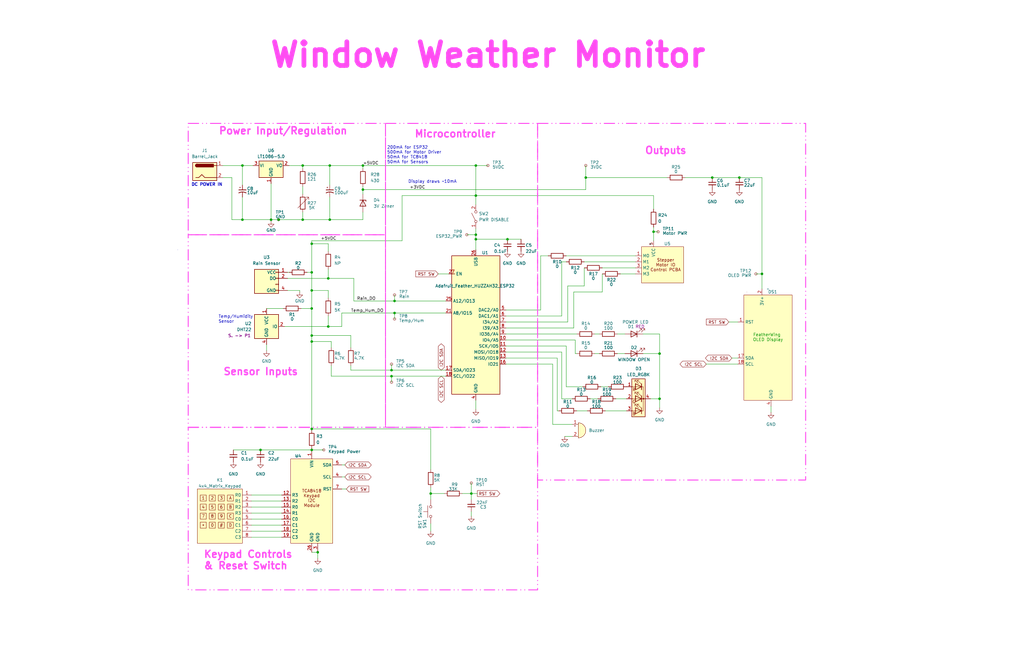
<source format=kicad_sch>
(kicad_sch (version 20230121) (generator eeschema)
  (paper "B")
  (title_block (title "Window Weather Monitor") (date "2023-11-09") (rev "4") (company "ECE 411 Team 4"))
  (junction (at 138.43 117.475))
  (junction (at 275.59 97.79))
  (junction (at 133.985 233.045))
  (junction (at 102.235 92.71))
  (junction (at 131.445 144.145))
  (junction (at 153.035 80.01))
  (junction (at 131.445 180.975))
  (junction (at 117.475 92.71))
  (junction (at 131.445 114.935))
  (junction (at 311.785 74.93))
  (junction (at 127.635 92.71))
  (junction (at 114.3 92.71))
  (junction (at 200.66 99.06))
  (junction (at 165.1 158.75))
  (junction (at 166.37 127))
  (junction (at 321.31 115.57))
  (junction (at 131.445 102.87))
  (junction (at 247.015 74.93))
  (junction (at 131.445 122.555))
  (junction (at 278.13 168.275))
  (junction (at 139.065 92.71))
  (junction (at 165.1 156.21))
  (junction (at 200.66 82.55))
  (junction (at 213.995 100.965))
  (junction (at 198.755 208.28))
  (junction (at 131.445 189.865))
  (junction (at 181.61 208.28))
  (junction (at 200.66 100.965))
  (junction (at 131.445 130.175))
  (junction (at 131.445 141.605))
  (junction (at 300.355 74.93))
  (junction (at 138.43 137.795))
  (junction (at 153.035 69.85))
  (junction (at 166.37 132.08))
  (junction (at 278.13 149.225))
  (junction (at 139.065 69.85))
  (junction (at 127.635 69.85))
  (junction (at 200.66 69.85))
  (junction (at 109.855 189.865))
  (junction (at 102.235 69.85))
  (wire (pts (xy 131.445 141.605) (xy 131.445 144.145)))
  (wire (pts (xy 114.3 77.47) (xy 114.3 92.71)))
  (wire (pts (xy 311.785 74.93) (xy 321.31 74.93)))
  (wire (pts (xy 243.205 173.355) (xy 247.65 173.355)))
  (wire (pts (xy 198.755 215.9) (xy 198.755 217.805)))
  (wire (pts (xy 239.395 135.89) (xy 239.395 120.65)))
  (wire (pts (xy 147.955 154.305) (xy 147.955 156.21)))
  (wire (pts (xy 131.445 180.975) (xy 131.445 181.61)))
  (wire (pts (xy 213.36 135.89) (xy 239.395 135.89)))
  (wire (pts (xy 106.045 221.615) (xy 118.745 221.615)))
  (wire (pts (xy 131.445 122.555) (xy 131.445 130.175)))
  (wire (pts (xy 233.045 153.67) (xy 233.045 179.07)))
  (wire (pts (xy 255.27 173.355) (xy 264.16 173.355)))
  (wire (pts (xy 254 123.19) (xy 254 115.57)))
  (wire (pts (xy 139.7 146.685) (xy 139.7 144.145)))
  (wire (pts (xy 126.365 122.555) (xy 121.285 122.555)))
  (wire (pts (xy 121.285 117.475) (xy 138.43 117.475)))
  (wire (pts (xy 198.755 208.28) (xy 201.295 208.28)))
  (wire (pts (xy 102.235 69.85) (xy 106.68 69.85)))
  (wire (pts (xy 250.825 140.97) (xy 252.73 140.97)))
  (wire (pts (xy 241.935 123.19) (xy 254 123.19)))
  (wire (pts (xy 236.855 168.275) (xy 241.3 168.275)))
  (wire (pts (xy 106.045 213.995) (xy 118.745 213.995)))
  (wire (pts (xy 252.73 149.225) (xy 250.825 149.225)))
  (wire (pts (xy 93.98 74.93) (xy 97.79 74.93)))
  (wire (pts (xy 109.855 189.865) (xy 131.445 189.865)))
  (wire (pts (xy 93.98 69.85) (xy 102.235 69.85)))
  (wire (pts (xy 166.37 127) (xy 187.96 127)))
  (wire (pts (xy 246.38 120.65) (xy 246.38 113.03)))
  (wire (pts (xy 106.045 224.155) (xy 118.745 224.155)))
  (wire (pts (xy 236.855 148.59) (xy 236.855 168.275)))
  (wire (pts (xy 213.36 133.35) (xy 236.855 133.35)))
  (wire (pts (xy 205.74 69.85) (xy 200.66 69.85)))
  (wire (pts (xy 247.015 69.85) (xy 247.015 74.93)))
  (wire (pts (xy 181.61 208.28) (xy 187.325 208.28)))
  (wire (pts (xy 238.76 146.05) (xy 238.76 163.195)))
  (wire (pts (xy 144.145 196.215) (xy 145.415 196.215)))
  (wire (pts (xy 253.365 163.195) (xy 256.54 163.195)))
  (wire (pts (xy 261.62 115.57) (xy 267.97 115.57)))
  (wire (pts (xy 138.43 122.555) (xy 131.445 122.555)))
  (wire (pts (xy 127.635 92.71) (xy 127.635 89.535)))
  (wire (pts (xy 200.66 99.06) (xy 200.66 100.965)))
  (wire (pts (xy 274.32 168.275) (xy 278.13 168.275)))
  (wire (pts (xy 236.855 110.49) (xy 238.76 110.49)))
  (wire (pts (xy 106.045 216.535) (xy 118.745 216.535)))
  (wire (pts (xy 181.61 180.975) (xy 181.61 198.12)))
  (wire (pts (xy 131.445 233.045) (xy 133.985 233.045)))
  (wire (pts (xy 278.13 140.97) (xy 271.145 140.97)))
  (wire (pts (xy 166.37 132.08) (xy 187.96 132.08)))
  (wire (pts (xy 131.445 180.975) (xy 181.61 180.975)))
  (wire (pts (xy 169.545 82.55) (xy 169.545 101.6)))
  (wire (pts (xy 144.145 206.375) (xy 146.05 206.375)))
  (wire (pts (xy 198.755 203.835) (xy 198.755 208.28)))
  (wire (pts (xy 149.225 127) (xy 166.37 127)))
  (wire (pts (xy 102.235 92.71) (xy 114.3 92.71)))
  (wire (pts (xy 233.045 153.67) (xy 213.36 153.67)))
  (wire (pts (xy 114.3 92.71) (xy 117.475 92.71)))
  (wire (pts (xy 275.59 82.55) (xy 275.59 88.265)))
  (wire (pts (xy 307.34 135.89) (xy 311.15 135.89)))
  (wire (pts (xy 234.95 173.355) (xy 235.585 173.355)))
  (wire (pts (xy 102.235 83.185) (xy 102.235 92.71)))
  (wire (pts (xy 227.965 130.81) (xy 227.965 107.95)))
  (wire (pts (xy 147.955 141.605) (xy 131.445 141.605)))
  (wire (pts (xy 297.815 153.67) (xy 311.15 153.67)))
  (wire (pts (xy 247.015 74.93) (xy 281.305 74.93)))
  (wire (pts (xy 181.61 208.28) (xy 181.61 210.82)))
  (wire (pts (xy 233.045 179.07) (xy 241.3 179.07)))
  (wire (pts (xy 139.7 144.145) (xy 131.445 144.145)))
  (wire (pts (xy 165.1 158.75) (xy 165.1 161.29)))
  (wire (pts (xy 194.945 208.28) (xy 198.755 208.28)))
  (wire (pts (xy 114.3 92.71) (xy 114.3 93.345)))
  (wire (pts (xy 200.66 82.55) (xy 275.59 82.55)))
  (wire (pts (xy 131.445 189.23) (xy 131.445 189.865)))
  (wire (pts (xy 144.145 132.08) (xy 166.37 132.08)))
  (wire (pts (xy 144.145 137.795) (xy 144.145 132.08)))
  (wire (pts (xy 147.955 146.685) (xy 147.955 141.605)))
  (wire (pts (xy 321.31 115.57) (xy 321.31 121.92)))
  (wire (pts (xy 106.045 211.455) (xy 118.745 211.455)))
  (wire (pts (xy 112.395 130.175) (xy 119.38 130.175)))
  (wire (pts (xy 198.755 208.28) (xy 198.755 210.82)))
  (wire (pts (xy 127.635 69.85) (xy 121.92 69.85)))
  (wire (pts (xy 311.785 74.93) (xy 300.355 74.93)))
  (wire (pts (xy 200.66 100.965) (xy 213.995 100.965)))
  (wire (pts (xy 181.61 205.74) (xy 181.61 208.28)))
  (wire (pts (xy 153.035 69.85) (xy 200.66 69.85)))
  (wire (pts (xy 239.395 120.65) (xy 246.38 120.65)))
  (wire (pts (xy 127 130.175) (xy 131.445 130.175)))
  (wire (pts (xy 138.43 117.475) (xy 149.225 117.475)))
  (wire (pts (xy 127.635 69.85) (xy 139.065 69.85)))
  (wire (pts (xy 129.54 114.935) (xy 131.445 114.935)))
  (wire (pts (xy 248.92 168.275) (xy 252.095 168.275)))
  (wire (pts (xy 200.66 82.55) (xy 169.545 82.55)))
  (wire (pts (xy 169.545 101.6) (xy 131.445 101.6)))
  (wire (pts (xy 213.36 140.97) (xy 243.205 140.97)))
  (wire (pts (xy 153.035 80.01) (xy 153.035 81.915)))
  (wire (pts (xy 247.015 74.93) (xy 247.015 80.01)))
  (wire (pts (xy 165.1 153.67) (xy 165.1 156.21)))
  (wire (pts (xy 138.43 125.73) (xy 138.43 122.555)))
  (wire (pts (xy 138.43 113.665) (xy 138.43 117.475)))
  (wire (pts (xy 308.61 151.13) (xy 311.15 151.13)))
  (wire (pts (xy 139.065 83.185) (xy 139.065 92.71)))
  (wire (pts (xy 200.66 82.55) (xy 200.66 86.36)))
  (wire (pts (xy 106.045 208.915) (xy 118.745 208.915)))
  (wire (pts (xy 102.235 69.85) (xy 102.235 78.105)))
  (wire (pts (xy 213.36 130.81) (xy 227.965 130.81)))
  (wire (pts (xy 259.715 168.275) (xy 264.16 168.275)))
  (wire (pts (xy 234.95 151.13) (xy 234.95 173.355)))
  (wire (pts (xy 275.59 97.79) (xy 277.495 97.79)))
  (wire (pts (xy 149.225 117.475) (xy 149.225 127)))
  (wire (pts (xy 213.36 138.43) (xy 241.935 138.43)))
  (wire (pts (xy 288.925 74.93) (xy 300.355 74.93)))
  (wire (pts (xy 213.36 148.59) (xy 236.855 148.59)))
  (wire (pts (xy 153.035 78.74) (xy 153.035 80.01)))
  (wire (pts (xy 138.43 133.35) (xy 138.43 137.795)))
  (wire (pts (xy 127.635 71.12) (xy 127.635 69.85)))
  (wire (pts (xy 98.425 189.865) (xy 109.855 189.865)))
  (wire (pts (xy 139.7 154.305) (xy 139.7 158.75)))
  (wire (pts (xy 213.36 151.13) (xy 234.95 151.13)))
  (wire (pts (xy 138.43 102.87) (xy 138.43 106.045)))
  (wire (pts (xy 321.31 74.93) (xy 321.31 115.57)))
  (wire (pts (xy 117.475 92.71) (xy 127.635 92.71)))
  (wire (pts (xy 139.7 158.75) (xy 165.1 158.75)))
  (wire (pts (xy 200.66 100.965) (xy 200.66 105.41)))
  (wire (pts (xy 97.79 74.93) (xy 97.79 92.71)))
  (wire (pts (xy 126.365 123.19) (xy 126.365 122.555)))
  (wire (pts (xy 200.66 69.85) (xy 200.66 82.55)))
  (wire (pts (xy 275.59 95.885) (xy 275.59 97.79)))
  (wire (pts (xy 139.065 69.85) (xy 139.065 78.105)))
  (wire (pts (xy 181.61 220.98) (xy 181.61 224.155)))
  (wire (pts (xy 106.045 226.695) (xy 118.745 226.695)))
  (wire (pts (xy 213.36 143.51) (xy 242.57 143.51)))
  (wire (pts (xy 153.035 92.71) (xy 139.065 92.71)))
  (wire (pts (xy 196.85 99.06) (xy 200.66 99.06)))
  (wire (pts (xy 131.445 130.175) (xy 131.445 141.605)))
  (wire (pts (xy 165.1 158.75) (xy 187.96 158.75)))
  (wire (pts (xy 238.125 184.15) (xy 241.3 184.15)))
  (wire (pts (xy 242.57 149.225) (xy 243.205 149.225)))
  (wire (pts (xy 153.035 71.12) (xy 153.035 69.85)))
  (wire (pts (xy 278.13 168.275) (xy 278.13 172.085)))
  (wire (pts (xy 236.855 133.35) (xy 236.855 110.49)))
  (wire (pts (xy 153.035 80.01) (xy 247.015 80.01)))
  (wire (pts (xy 260.35 140.97) (xy 263.525 140.97)))
  (wire (pts (xy 278.13 149.225) (xy 271.145 149.225)))
  (wire (pts (xy 275.59 97.79) (xy 275.59 101.6)))
  (wire (pts (xy 325.12 171.45) (xy 325.12 173.99)))
  (wire (pts (xy 246.38 110.49) (xy 267.97 110.49)))
  (wire (pts (xy 254 113.03) (xy 267.97 113.03)))
  (wire (pts (xy 133.985 233.045) (xy 133.985 235.585)))
  (wire (pts (xy 131.445 102.87) (xy 131.445 114.935)))
  (wire (pts (xy 238.76 163.195) (xy 245.745 163.195)))
  (wire (pts (xy 131.445 102.87) (xy 131.445 101.6)))
  (wire (pts (xy 131.445 102.87) (xy 138.43 102.87)))
  (wire (pts (xy 131.445 114.935) (xy 131.445 122.555)))
  (wire (pts (xy 138.43 137.795) (xy 144.145 137.795)))
  (wire (pts (xy 213.995 100.965) (xy 219.71 100.965)))
  (wire (pts (xy 144.145 201.295) (xy 145.415 201.295)))
  (wire (pts (xy 200.66 96.52) (xy 200.66 99.06)))
  (wire (pts (xy 127.635 81.915) (xy 127.635 78.74)))
  (wire (pts (xy 166.37 124.46) (xy 166.37 127)))
  (wire (pts (xy 184.785 115.57) (xy 189.23 115.57)))
  (wire (pts (xy 165.1 156.21) (xy 187.96 156.21)))
  (wire (pts (xy 131.445 144.145) (xy 131.445 180.975)))
  (wire (pts (xy 200.66 168.91) (xy 200.66 172.72)))
  (wire (pts (xy 238.76 107.95) (xy 267.97 107.95)))
  (wire (pts (xy 227.965 107.95) (xy 231.14 107.95)))
  (wire (pts (xy 120.015 137.795) (xy 138.43 137.795)))
  (wire (pts (xy 139.065 92.71) (xy 127.635 92.71)))
  (wire (pts (xy 242.57 149.225) (xy 242.57 143.51)))
  (wire (pts (xy 139.065 69.85) (xy 153.035 69.85)))
  (wire (pts (xy 147.955 156.21) (xy 165.1 156.21)))
  (wire (pts (xy 131.445 189.865) (xy 136.525 189.865)))
  (wire (pts (xy 166.37 132.08) (xy 166.37 134.62)))
  (wire (pts (xy 318.77 115.57) (xy 321.31 115.57)))
  (wire (pts (xy 263.525 149.225) (xy 260.35 149.225)))
  (wire (pts (xy 121.285 114.935) (xy 121.92 114.935)))
  (wire (pts (xy 278.13 149.225) (xy 278.13 168.275)))
  (wire (pts (xy 241.935 138.43) (xy 241.935 123.19)))
  (wire (pts (xy 278.13 140.97) (xy 278.13 149.225)))
  (wire (pts (xy 97.79 92.71) (xy 102.235 92.71)))
  (wire (pts (xy 106.045 219.075) (xy 118.745 219.075)))
  (wire (pts (xy 213.36 146.05) (xy 238.76 146.05)))
  (wire (pts (xy 112.395 147.955) (xy 112.395 145.415)))
  (wire (pts (xy 153.035 89.535) (xy 153.035 92.71)))
  (rectangle (start 79.375 99.06) (end 162.56 180.34) (stroke (width 0.4) (type dash_dot_dot) (color 255 76 241 1)))
  (rectangle (start 74.93 105.41) (end 74.93 105.41))
  (rectangle (start 79.375 52.07) (end 162.56 99.06) (stroke (width 0.4) (type dash_dot_dot) (color 255 76 241 1)))
  (rectangle (start 226.695 52.07) (end 339.725 202.565) (stroke (width 0.4) (type dash_dot_dot) (color 255 76 241 1)))
  (rectangle (start 79.375 180.34) (end 226.695 248.92) (stroke (width 0.4) (type dash_dot_dot) (color 255 76 241 1)))
  (rectangle (start 162.56 52.07) (end 226.695 180.34) (stroke (width 0.4) (type dash_dot_dot) (color 255 76 241 1)))
  (text "Keypad Controls\n& Reset Switch" (at 85.725 240.665 0) (effects (font (size 3 3) bold) (justify left bottom)))
  (text "200mA for ESP32\n500mA for Motor Driver\n50mA for TC8418\n50mA for Sensors" (at 163.195 69.215 0) (effects (font (size 1.27 1.27)) (justify left bottom)))
  (text "Display draws ~10mA\n" (at 172.085 77.47 0) (effects (font (size 1.27 1.27)) (justify left bottom)))
  (text "Microcontroller" (at 174.625 58.42 0) (effects (font (size 3 3) bold) (justify left bottom)))
  (text "Temp/Humidity\nSensor" (at 92.075 136.525 0) (effects (font (size 1.27 1.27)) (justify left bottom)))
  (text "DC POWER IN" (at 80.645 78.74 0) (effects (font (size 1.27 1.27) (thickness 0.254) bold) (justify left bottom)))
  (text "Sensor Inputs" (at 93.98 158.75 0) (effects (font (size 3 3) bold) (justify left bottom)))
  (text "Power Input/Regulation" (at 92.075 57.15 0) (effects (font (size 3 3) bold) (justify left bottom)))
  (text "Outputs" (at 271.78 65.405 0) (effects (font (size 3 3) bold) (justify left bottom)))
  (text "Window Weather Monitor" (at 113.03 29.21 0) (effects (font (size 10 10) bold) (justify left bottom)))
  (label "Temp_Hum_DO" (at 147.955 132.08 0))
  (label "+5VDC" (at 153.035 69.85 0))
  (label "+5VDC" (at 135.255 101.6 0))
  (label "Rain_DO" (at 150.495 127 0))
  (label "+3VDC" (at 172.72 80.01 0))
  (global_label "RST SW" (shape input) (at 184.785 115.57 180) (property "Intersheetrefs" "${INTERSHEET_REFS}" (effects hide)))
  (global_label "I2C SCL" (shape bidirectional) (at 297.815 153.67 180) (property "Intersheetrefs" "${INTERSHEET_REFS}" (effects hide)))
  (global_label "I2C SDA" (shape bidirectional) (at 145.415 196.215 0) (property "Intersheetrefs" "${INTERSHEET_REFS}" (effects hide)))
  (global_label "I2C SDA" (shape bidirectional) (at 308.61 151.13 180) (property "Intersheetrefs" "${INTERSHEET_REFS}" (effects hide)))
  (global_label "I2C SCL" (shape bidirectional) (at 145.415 201.295 0) (property "Intersheetrefs" "${INTERSHEET_REFS}" (effects hide)))
  (global_label "RST SW" (shape input) (at 146.05 206.375 0) (property "Intersheetrefs" "${INTERSHEET_REFS}" (effects hide)))
  (global_label "I2C SDA" (shape bidirectional) (at 186.055 156.21 90) (property "Intersheetrefs" "${INTERSHEET_REFS}" (effects hide)))
  (global_label "RST SW" (shape input) (at 307.34 135.89 180) (property "Intersheetrefs" "${INTERSHEET_REFS}" (effects hide)))
  (global_label "I2C SCL" (shape bidirectional) (at 186.055 158.75 270) (property "Intersheetrefs" "${INTERSHEET_REFS}" (effects hide)))
  (global_label "RST SW" (shape output) (at 201.295 208.28 0) (property "Intersheetrefs" "${INTERSHEET_REFS}" (effects hide)))
  (symbol (lib_id "Device:R") (at 249.555 163.195 90) (unit 1)
    (property "Reference" "R16" (at 249.555 159.385 90))
    (property "Value" "0" (at 249.555 161.29 90))
    (property "Footprint" "Resistor_SMD:R_0603_1608Metric_Pad0.98x0.95mm_HandSolder" (effects hide))
    (property "MFG PN" "RMCF0603ZT0R00" (effects hide))
    (property "Part Link" "https://www.digikey.com/en/products/detail/stackpole-electronics-inc/RMCF0603ZT0R00/1756908" (effects hide))
  )
  (symbol (lib_id "power:GND") (at 325.12 173.99 0) (unit 1)
    (property "Reference" "#PWR016" (effects hide))
    (property "Value" "GND" (at 325.12 179.07 0))
  )
  (symbol (lib_id "Connector:TestPoint_Small") (at 117.475 92.71 0) (unit 1)
    (property "Reference" "TP1" (at 116.205 89.535 0) (effects (justify left)))
    (property "Value" "GND" (at 116.205 91.44 0) (effects (justify left)))
    (property "Footprint" "my_library:TestPoint_THTPad_D2.0mm_Drill1.0mm" (effects hide))
  )
  (symbol (lib_id "power:GND") (at 109.855 194.945 0) (unit 1)
    (property "Reference" "#PWR03" (effects hide))
    (property "Value" "GND" (at 109.855 200.025 0))
  )
  (symbol (lib_id "my_library:TCA8418_Keypad_/_GPIO_Extension") (at 131.445 192.405 0) (unit 1)
    (property "Reference" "U4" (at 125.73 192.405 0))
    (property "Value" "~" (at 125.095 192.405 0))
    (property "Footprint" "my_library:TCA8418" (effects hide))
  )
  (symbol (lib_id "Regulator_Linear:LT1086-5.0") (at 114.3 69.85 0) (unit 1)
    (property "Reference" "U6" (at 114.3 63.5 0))
    (property "Value" "LT1086-5.0" (at 114.3 66.04 0))
    (property "Footprint" "Package_TO_SOT_THT:TO-220-3_Vertical" (effects hide))
    (property "Datasheet" "https://www.analog.com/media/en/technical-documentation/data-sheets/1086ffs.pdf" (effects hide))
    (property "MFG PN" "LT1086CT#PBF" (effects hide))
    (property "Part Link" "https://www.digikey.com/en/products/detail/analog-devices-inc/LT1086CT-PBF/891238" (effects hide))
  )
  (symbol (lib_id "power:GND") (at 98.425 194.945 0) (unit 1)
    (property "Reference" "#PWR02" (effects hide))
    (property "Value" "GND" (at 98.425 200.025 0))
  )
  (symbol (lib_id "Device:R") (at 256.54 149.225 90) (unit 1)
    (property "Reference" "R21" (at 256.54 144.78 90))
    (property "Value" "100" (at 256.54 146.685 90))
    (property "Footprint" "Resistor_SMD:R_0603_1608Metric_Pad0.98x0.95mm_HandSolder" (effects hide))
    (property "MFG PN" "RMCF0603FT100R" (effects hide))
    (property "Part Link" "https://www.digikey.com/en/products/detail/stackpole-electronics-inc/RMCF0603FT100R/1761113" (effects hide))
  )
  (symbol (lib_id "power:GND") (at 278.13 172.085 0) (unit 1)
    (property "Reference" "#PWR013" (effects hide))
    (property "Value" "GND" (at 278.13 177.165 0))
  )
  (symbol (lib_id "my_library:Motor_Control_IO") (at 274.32 102.87 0) (unit 1)
    (property "Reference" "U5" (at 280.035 102.87 0) (effects (justify left)))
    (property "Value" "~" (at 274.32 102.87 0))
    (property "Footprint" "Connector_PinSocket_1.27mm:PinSocket_1x05_P1.27mm_Vertical" (effects hide))
  )
  (symbol (lib_id "Device:R") (at 285.115 74.93 270) (unit 1)
    (property "Reference" "R25" (at 287.02 70.485 90) (effects (justify right)))
    (property "Value" "0" (at 285.75 72.39 90) (effects (justify right)))
    (property "Footprint" "Resistor_SMD:R_0603_1608Metric_Pad0.98x0.95mm_HandSolder" (effects hide))
    (property "MFG PN" "RMCF0603ZT0R00" (effects hide))
    (property "Part Link" "https://www.digikey.com/en/products/detail/stackpole-electronics-inc/RMCF0603ZT0R00/1756908" (effects hide))
  )
  (symbol (lib_id "power:GND") (at 311.785 80.01 0) (unit 1)
    (property "Reference" "#PWR015" (effects hide))
    (property "Value" "GND" (at 311.785 85.09 0))
  )
  (symbol (lib_id "power:GND") (at 300.355 80.01 0) (unit 1)
    (property "Reference" "#PWR014" (effects hide))
    (property "Value" "GND" (at 300.355 85.09 0))
  )
  (symbol (lib_id "Device:R") (at 181.61 201.93 0) (unit 1)
    (property "Reference" "R8" (at 182.88 200.66 0) (effects (justify left)))
    (property "Value" "5K" (at 182.88 202.565 0) (effects (justify left)))
    (property "Footprint" "Resistor_SMD:R_0603_1608Metric_Pad0.98x0.95mm_HandSolder" (effects hide))
    (property "MFG PN" "RT0603BRE075KL" (effects hide))
    (property "Notes" "5K" (effects hide))
    (property "Part Link" "https://www.digikey.com/en/products/detail/yageo/RT0603BRE075KL/7708365" (effects hide))
  )
  (symbol (lib_id "Device:R") (at 125.73 114.935 90) (unit 1)
    (property "Reference" "R2" (at 125.73 111.125 90))
    (property "Value" "0" (at 125.73 113.03 90))
    (property "Footprint" "Resistor_SMD:R_0603_1608Metric_Pad0.98x0.95mm_HandSolder" (effects hide))
    (property "MFG PN" "RMCF0603ZT0R00" (effects hide))
    (property "Part Link" "https://www.digikey.com/en/products/detail/stackpole-electronics-inc/RMCF0603ZT0R00/1756908" (effects hide))
  )
  (symbol (lib_id "Device:R") (at 191.135 208.28 90) (unit 1)
    (property "Reference" "R9" (at 193.04 204.47 90) (effects (justify left)))
    (property "Value" "33K" (at 193.04 206.375 90) (effects (justify left)))
    (property "Footprint" "Resistor_SMD:R_0603_1608Metric_Pad0.98x0.95mm_HandSolder" (effects hide))
    (property "MFG PN" "RMCF0603FT33K0" (effects hide))
    (property "Part Link" "https://www.digikey.com/en/products/detail/stackpole-electronics-inc/RMCF0603FT33K0/1760742" (effects hide))
  )
  (symbol (lib_id "Device:R") (at 251.46 173.355 90) (unit 1)
    (property "Reference" "R18" (at 251.46 169.545 90))
    (property "Value" "100" (at 251.46 171.45 90))
    (property "Footprint" "Resistor_SMD:R_0603_1608Metric_Pad0.98x0.95mm_HandSolder" (effects hide))
    (property "MFG PN" "RMCF0603FT100R" (effects hide))
    (property "Part Link" "https://www.digikey.com/en/products/detail/stackpole-electronics-inc/RMCF0603FT100R/1761113" (effects hide))
  )
  (symbol (lib_id "Switch:SW_Push") (at 181.61 215.9 90) (unit 1)
    (property "Reference" "SW1" (at 179.07 220.98 0))
    (property "Value" "RST Switch" (at 177.165 217.805 0))
    (property "Footprint" "Button_Switch_THT:SW_PUSH_6mm" (effects hide))
    (property "MFG PN" "DAOKI SPST" (effects hide))
    (property "Part Link" "https://www.amazon.com/DAOKI-Miniature-Momentary-Tactile-Quality/dp/B01CGMP9GY/ref=asc_df_B01CGMP9GY?tag=bingshoppinga-20&linkCode=df0&hvadid=80676721524207&hvnetw=o&hvqmt=e&hvbmt=be&hvdev=c&hvlocint=&hvlocphy=&hvtargid=pla-4584276298255158&th=1" (effects hide))
  )
  (symbol (lib_id "power:GND") (at 238.125 184.15 0) (mirror y) (unit 1)
    (property "Reference" "#PWR012" (effects hide))
    (property "Value" "GND" (at 238.125 187.96 0))
  )
  (symbol (lib_id "power:GND") (at 126.365 123.19 0) (unit 1)
    (property "Reference" "#PWR05" (effects hide))
    (property "Value" "GND" (at 126.365 127 0))
  )
  (symbol (lib_id "power:GND") (at 198.755 217.805 0) (unit 1)
    (property "Reference" "#PWR08" (effects hide))
    (property "Value" "GND" (at 198.755 222.885 0))
  )
  (symbol (lib_id "Connector:TestPoint_Small") (at 196.85 99.06 0) (mirror y) (unit 1)
    (property "Reference" "TP9" (at 194.945 97.79 0) (effects (justify left)))
    (property "Value" "ESP32_PWR" (at 194.945 99.695 0) (effects (justify left)))
    (property "Footprint" "my_library:TestPoint_THTPad_D2.0mm_Drill1.0mm" (effects hide))
  )
  (symbol (lib_id "Device:R") (at 250.19 113.03 90) (unit 1)
    (property "Reference" "R17" (at 250.19 115.57 90))
    (property "Value" "0" (at 250.19 117.475 90))
    (property "Footprint" "Resistor_SMD:R_0603_1608Metric_Pad0.98x0.95mm_HandSolder" (effects hide))
    (property "MFG PN" "RMCF0603ZT0R00" (effects hide))
    (property "Part Link" "https://www.digikey.com/en/products/detail/stackpole-electronics-inc/RMCF0603ZT0R00/1756908" (effects hide))
  )
  (symbol (lib_id "Connector:TestPoint_Small") (at 277.495 97.79 0) (unit 1)
    (property "Reference" "TP11" (at 279.4 96.52 0) (effects (justify left)))
    (property "Value" "Motor PWR" (at 279.4 98.425 0) (effects (justify left)))
    (property "Footprint" "my_library:TestPoint_THTPad_D2.0mm_Drill1.0mm" (effects hide))
  )
  (symbol (lib_id "Device:R") (at 139.7 150.495 0) (unit 1)
    (property "Reference" "R6" (at 140.97 149.225 0) (effects (justify left)))
    (property "Value" "4.7K" (at 140.97 151.13 0) (effects (justify left)))
    (property "Footprint" "Resistor_SMD:R_0603_1608Metric_Pad0.98x0.95mm_HandSolder" (effects hide))
    (property "MFG PN" "RK73B1JTTD472J" (effects hide))
    (property "Notes" "4.7K" (effects hide))
    (property "Part Link" "https://www.digikey.com/en/products/detail/koa-speer-electronics-inc/RK73B1JTTD472J/9844699" (effects hide))
  )
  (symbol (lib_id "Sensor:DHT11") (at 112.395 137.795 0) (unit 1)
    (property "Reference" "U2" (at 106.045 136.525 0) (effects (justify right)))
    (property "Value" "DHT22" (at 106.045 139.065 0) (effects (justify right)))
    (property "Footprint" "Sensor:Aosong_DHT11_5.5x12.0_P2.54mm" (effects hide))
    (property "Datasheet" "http://akizukidenshi.com/download/ds/aosong/DHT11.pdf" (effects hide))
    (property "Pinout" "S. -> P1" (at 100.965 141.605 0))
  )
  (symbol (lib_id "Connector:TestPoint_Small") (at 165.1 153.67 0) (unit 1)
    (property "Reference" "TP5" (at 167.005 152.4 0) (effects (justify left)))
    (property "Value" "I2C SDA" (at 167.005 154.305 0) (effects (justify left)))
    (property "Footprint" "my_library:TestPoint_THTPad_D2.0mm_Drill1.0mm" (effects hide))
  )
  (symbol (lib_id "Device:Buzzer") (at 243.84 181.61 0) (unit 1)
    (property "Reference" "BZ1" (effects hide))
    (property "Value" "Buzzer" (at 248.285 181.61 0) (effects (justify left)))
    (property "Footprint" "Connector_Molex:Molex_KK-254_AE-6410-02A_1x02_P2.54mm_Vertical" (effects hide))
    (property "MFG PN" "N/A" (effects hide))
  )
  (symbol (lib_id "Switch:SW_SPST") (at 200.66 91.44 90) (unit 1)
    (property "Reference" "SW2" (at 201.93 90.17 90) (effects (justify right)))
    (property "Value" "PWR DISABLE" (at 201.93 92.71 90) (effects (justify right)))
    (property "Footprint" "Connector:FanPinHeader_1x03_P2.54mm_Vertical" (effects hide))
    (property "MFG PN" "TS02CQE" (effects hide))
    (property "Part Link" "https://www.digikey.com/en/products/detail/c-k/TS02CQE/3755397?s=N4IgjCBcoGw1oDGUBmBDANgZwKYBoQB7KAbXDAE4B2GADhAF0CAHAFyhAGVWAnASwB2AcxABfAmADMABgQhkkdNnxFSIACzSYAVhqMW7SF16CRo80A" (effects hide))
  )
  (symbol (lib_id "Device:C_Polarized_Small_US") (at 102.235 80.645 0) (unit 1)
    (property "Reference" "C8" (at 104.14 79.5782 0) (effects (justify left)))
    (property "Value" "10uF" (at 104.14 81.28 0) (effects (justify left)))
    (property "Footprint" "Capacitor_SMD:CP_Elec_4x5.4" (effects hide))
    (property "MFG PN" "EEE-HA1A101WP" (effects hide))
    (property "Part Link" "https://www.digikey.com/en/products/detail/panasonic-electronic-components/EEE-HA1A101WP/814141" (effects hide))
  )
  (symbol (lib_id "Connector:TestPoint_Small") (at 247.015 69.85 0) (unit 1)
    (property "Reference" "TP2" (at 248.92 68.58 0) (effects (justify left)))
    (property "Value" "3VDC" (at 248.92 70.485 0) (effects (justify left)))
    (property "Footprint" "my_library:TestPoint_THTPad_D2.0mm_Drill1.0mm" (effects hide))
  )
  (symbol (lib_id "Device:R") (at 138.43 129.54 0) (unit 1)
    (property "Reference" "R5" (at 140.97 128.27 0) (effects (justify left)))
    (property "Value" "5K" (at 140.97 130.81 0) (effects (justify left)))
    (property "Footprint" "Resistor_SMD:R_0603_1608Metric_Pad0.98x0.95mm_HandSolder" (effects hide))
    (property "MFG PN" "RT0603BRE075KL" (effects hide))
    (property "Notes" "5K" (effects hide))
    (property "Part Link" "https://www.digikey.com/en/products/detail/yageo/RT0603BRE075KL/7708365" (effects hide))
  )
  (symbol (lib_id "Device:C_Small") (at 198.755 213.36 180) (unit 1)
    (property "Reference" "C3" (at 205.105 213.995 0) (effects (justify left)))
    (property "Value" "22nF" (at 205.74 212.09 0) (effects (justify left)))
    (property "Footprint" "Capacitor_SMD:C_0603_1608Metric" (effects hide))
    (property "MFG PN" "CL05B223KP5NNNC" (effects hide))
    (property "Part Link" "https://www.digikey.com/en/products/detail/samsung-electro-mechanics/CL05B223KP5NNNC/3887196" (effects hide))
  )
  (symbol (lib_id "Device:LED_RGBK") (at 269.24 168.275 0) (mirror y) (unit 1)
    (property "Reference" "D3" (at 269.24 155.575 0))
    (property "Value" "LED_RGBK" (at 269.24 158.115 0))
    (property "Footprint" "LED_THT:LED_D5.0mm-4_RGB" (effects hide))
    (property "MFG PN" "HV-5RGB60" (effects hide))
    (property "Part Link" "https://www.digikey.com/en/products/detail/inolux/HV-5RGB60/7604616" (effects hide))
  )
  (symbol (lib_id "Device:R") (at 239.395 173.355 90) (unit 1)
    (property "Reference" "R11" (at 239.395 169.545 90))
    (property "Value" "0" (at 239.395 171.45 90))
    (property "Footprint" "Resistor_SMD:R_0603_1608Metric_Pad0.98x0.95mm_HandSolder" (effects hide))
    (property "MFG PN" "RMCF0603ZT0R00" (effects hide))
    (property "Part Link" "https://www.digikey.com/en/products/detail/stackpole-electronics-inc/RMCF0603ZT0R00/1756908" (effects hide))
  )
  (symbol (lib_id "Connector:Barrel_Jack") (at 86.36 72.39 0) (unit 1)
    (property "Reference" "J1" (at 86.36 63.5 0))
    (property "Value" "Barrel_Jack" (at 86.36 66.04 0))
    (property "Footprint" "Connector_BarrelJack:BarrelJack_CUI_PJ-063AH_Horizontal" (effects hide))
    (property "MFG PN" "PJ-063AH" (effects hide))
    (property "Part Link" "https://www.digikey.com/en/products/detail/cui-devices/PJ-063AH/2161208" (effects hide))
  )
  (symbol (lib_id "Device:R") (at 127.635 74.93 0) (unit 1)
    (property "Reference" "R26" (at 129.54 73.66 0) (effects (justify left)))
    (property "Value" "121" (at 129.54 75.565 0) (effects (justify left)))
    (property "Footprint" "Resistor_SMD:R_0603_1608Metric_Pad0.98x0.95mm_HandSolder" (effects hide))
    (property "MFG PN" "RMCF0603FT121R" (effects hide))
    (property "Part Link" "https://www.digikey.com/en/products/detail/stackpole-electronics-inc/RMCF0603FT121R/1761217" (effects hide))
  )
  (symbol (lib_id "my_library:Display-OLED-FeatherWing") (at 323.85 121.92 0) (unit 1)
    (property "Reference" "DS1" (at 323.85 123.19 0) (effects (justify left)))
    (property "Value" "~" (at 323.85 121.92 0))
    (property "Footprint" "Module:Adafruit_Feather" (effects hide))
    (property "MFG PN" "128x4 OLED" (effects hide))
  )
  (symbol (lib_id "power:GND") (at 112.395 147.955 0) (unit 1)
    (property "Reference" "#PWR04" (effects hide))
    (property "Value" "GND" (at 112.395 152.4 0))
  )
  (symbol (lib_id "Device:C_Small") (at 219.71 103.505 0) (unit 1)
    (property "Reference" "C5" (at 221.615 103.505 0) (effects (justify left)))
    (property "Value" "22uF" (at 221.615 106.045 0) (effects (justify left)))
    (property "Footprint" "Capacitor_SMD:C_1210_3225Metric" (effects hide))
    (property "MFG PN" "CL32B226KPJVPNE" (effects hide))
    (property "Part Link" "https://www.digikey.com/en/products/detail/samsung-electro-mechanics/CL32B226KPJVPNE/11487743" (effects hide))
  )
  (symbol (lib_id "Connector:TestPoint_Small") (at 318.77 115.57 0) (mirror y) (unit 1)
    (property "Reference" "TP12" (at 316.865 114.3 0) (effects (justify left)))
    (property "Value" "OLED PWR" (at 316.865 116.205 0) (effects (justify left)))
    (property "Footprint" "my_library:TestPoint_THTPad_D2.0mm_Drill1.0mm" (effects hide))
  )
  (symbol (lib_id "my_library:LM393_Rain_Sensor") (at 116.205 117.475 0) (mirror y) (unit 1)
    (property "Reference" "U3" (at 112.395 108.585 0))
    (property "Value" "Rain Sensor" (at 112.395 111.125 0))
    (property "Footprint" "Connector_JST:JST_EH_B4B-EH-A_1x04_P2.50mm_Vertical" (effects hide))
  )
  (symbol (lib_id "Device:C_Small") (at 311.785 77.47 0) (unit 1)
    (property "Reference" "C7" (at 313.69 76.2063 0) (effects (justify left)))
    (property "Value" "22uF" (at 313.69 78.105 0) (effects (justify left)))
    (property "Footprint" "Capacitor_SMD:C_1210_3225Metric" (effects hide))
    (property "MFG PN" "CL32B226KPJVPNE" (effects hide))
    (property "Part Link" "https://www.digikey.com/en/products/detail/samsung-electro-mechanics/CL32B226KPJVPNE/11487743" (effects hide))
  )
  (symbol (lib_id "Connector:TestPoint_Small") (at 136.525 189.865 0) (unit 1)
    (property "Reference" "TP4" (at 138.43 188.595 0) (effects (justify left)))
    (property "Value" "Keypad Power" (at 138.43 190.5 0) (effects (justify left)))
    (property "Footprint" "my_library:TestPoint_THTPad_D2.0mm_Drill1.0mm" (effects hide))
  )
  (symbol (lib_id "Device:R") (at 147.955 150.495 0) (unit 1)
    (property "Reference" "R7" (at 149.225 149.225 0) (effects (justify left)))
    (property "Value" "4.7K" (at 149.225 151.13 0) (effects (justify left)))
    (property "Footprint" "Resistor_SMD:R_0603_1608Metric_Pad0.98x0.95mm_HandSolder" (effects hide))
    (property "MFG PN" "RK73B1JTTD472J" (effects hide))
    (property "Notes" "4.7K" (effects hide))
    (property "Part Link" "https://www.digikey.com/en/products/detail/koa-speer-electronics-inc/RK73B1JTTD472J/9844699" (effects hide))
  )
  (symbol (lib_id "Device:R") (at 242.57 110.49 90) (unit 1)
    (property "Reference" "R12" (at 242.57 113.03 90))
    (property "Value" "0" (at 242.57 114.935 90))
    (property "Footprint" "Resistor_SMD:R_0603_1608Metric_Pad0.98x0.95mm_HandSolder" (effects hide))
    (property "MFG PN" "RMCF0603ZT0R00" (effects hide))
    (property "Part Link" "https://www.digikey.com/en/products/detail/stackpole-electronics-inc/RMCF0603ZT0R00/1756908" (effects hide))
  )
  (symbol (lib_id "Device:R") (at 257.81 115.57 90) (unit 1)
    (property "Reference" "R22" (at 257.81 118.11 90))
    (property "Value" "0" (at 257.81 120.015 90))
    (property "Footprint" "Resistor_SMD:R_0603_1608Metric_Pad0.98x0.95mm_HandSolder" (effects hide))
    (property "MFG PN" "RMCF0603ZT0R00" (effects hide))
    (property "Part Link" "https://www.digikey.com/en/products/detail/stackpole-electronics-inc/RMCF0603ZT0R00/1756908" (effects hide))
  )
  (symbol (lib_id "Device:C_Small") (at 98.425 192.405 0) (unit 1)
    (property "Reference" "C1" (at 101.6 191.1413 0) (effects (justify left)))
    (property "Value" "0.1uF" (at 101.6 193.6813 0) (effects (justify left)))
    (property "Footprint" "Capacitor_SMD:C_0603_1608Metric" (effects hide))
    (property "MFG PN" "C0603C104K8RAC7867" (effects hide))
    (property "Part Link" "https://www.digikey.com/en/products/detail/kemet/C0603C104K8RAC7867/411094" (effects hide))
  )
  (symbol (lib_id "Device:R") (at 260.35 163.195 90) (unit 1)
    (property "Reference" "R23" (at 260.35 159.385 90))
    (property "Value" "100" (at 260.35 161.29 90))
    (property "Footprint" "Resistor_SMD:R_0603_1608Metric_Pad0.98x0.95mm_HandSolder" (effects hide))
    (property "MFG PN" "RMCF0603FT100R" (effects hide))
    (property "Part Link" "https://www.digikey.com/en/products/detail/stackpole-electronics-inc/RMCF0603FT100R/1761113" (effects hide))
  )
  (symbol (lib_id "Device:R") (at 255.905 168.275 90) (unit 1)
    (property "Reference" "R19" (at 255.905 164.465 90))
    (property "Value" "100" (at 255.905 166.37 90))
    (property "Footprint" "Resistor_SMD:R_0603_1608Metric_Pad0.98x0.95mm_HandSolder" (effects hide))
    (property "MFG PN" "RMCF0603FT100R" (effects hide))
    (property "Part Link" "https://www.digikey.com/en/products/detail/stackpole-electronics-inc/RMCF0603FT100R/1761113" (effects hide))
  )
  (symbol (lib_id "Device:R") (at 256.54 140.97 90) (unit 1)
    (property "Reference" "R20" (at 256.54 136.525 90))
    (property "Value" "100" (at 256.54 138.43 90))
    (property "Footprint" "Resistor_SMD:R_0603_1608Metric_Pad0.98x0.95mm_HandSolder" (effects hide))
    (property "MFG PN" "RMCF0603FT100R" (effects hide))
    (property "Part Link" "https://www.digikey.com/en/products/detail/stackpole-electronics-inc/RMCF0603FT100R/1761113" (effects hide))
  )
  (symbol (lib_id "Device:R") (at 245.11 168.275 90) (unit 1)
    (property "Reference" "R13" (at 245.11 164.465 90))
    (property "Value" "0" (at 245.11 166.37 90))
    (property "Footprint" "Resistor_SMD:R_0603_1608Metric_Pad0.98x0.95mm_HandSolder" (effects hide))
    (property "MFG PN" "RMCF0603ZT0R00" (effects hide))
    (property "Part Link" "https://www.digikey.com/en/products/detail/stackpole-electronics-inc/RMCF0603ZT0R00/1756908" (effects hide))
  )
  (symbol (lib_id "Device:R") (at 123.19 130.175 90) (unit 1)
    (property "Reference" "R1" (at 123.19 132.715 90))
    (property "Value" "0" (at 123.19 134.62 90))
    (property "Footprint" "Resistor_SMD:R_0603_1608Metric_Pad0.98x0.95mm_HandSolder" (effects hide))
    (property "MFG PN" "RMCF0603ZT0R00" (effects hide))
    (property "Part Link" "https://www.digikey.com/en/products/detail/stackpole-electronics-inc/RMCF0603ZT0R00/1756908" (effects hide))
  )
  (symbol (lib_id "Device:R") (at 234.95 107.95 90) (unit 1)
    (property "Reference" "R10" (at 234.95 110.49 90))
    (property "Value" "0" (at 234.95 112.395 90))
    (property "Footprint" "Resistor_SMD:R_0603_1608Metric_Pad0.98x0.95mm_HandSolder" (effects hide))
    (property "MFG PN" "RMCF0603ZT0R00" (effects hide))
    (property "Part Link" "https://www.digikey.com/en/products/detail/stackpole-electronics-inc/RMCF0603ZT0R00/1756908" (effects hide))
  )
  (symbol (lib_id "Device:R") (at 153.035 74.93 0) (unit 1)
    (property "Reference" "R28" (at 156.21 73.66 0) (effects (justify left)))
    (property "Value" "430" (at 156.21 76.2 0) (effects (justify left)))
    (property "Footprint" "Resistor_SMD:R_0603_1608Metric_Pad0.98x0.95mm_HandSolder" (effects hide))
    (property "MFG PN" "RMCF0603FT430R" (effects hide))
    (property "Part Link" "https://www.digikey.com/en/products/detail/stackpole-electronics-inc/RMCF0603FT430R/1761190" (effects hide))
  )
  (symbol (lib_id "power:GND") (at 133.985 235.585 0) (unit 1)
    (property "Reference" "#PWR06" (effects hide))
    (property "Value" "GND" (at 133.985 240.665 0))
  )
  (symbol (lib_id "Connector:TestPoint_Small") (at 166.37 134.62 0) (unit 1)
    (property "Reference" "TP8" (at 168.275 133.35 0) (effects (justify left)))
    (property "Value" "Temp/Hum" (at 168.275 135.255 0) (effects (justify left)))
    (property "Footprint" "my_library:TestPoint_THTPad_D2.0mm_Drill1.0mm" (effects hide))
  )
  (symbol (lib_id "MCU_Module:Adafruit_Feather_HUZZAH32_ESP32") (at 200.66 135.89 0) (unit 1)
    (property "Reference" "U1" (at 203.2 106.68 0) (effects (justify left)))
    (property "Value" "Adafruit_Feather_HUZZAH32_ESP32" (at 183.515 120.65 0) (effects (justify left)))
    (property "Footprint" "Module:Adafruit_Feather" (effects hide))
    (property "Datasheet" "https://cdn-learn.adafruit.com/downloads/pdf/adafruit-huzzah32-esp32-feather.pdf" (effects hide))
  )
  (symbol (lib_id "power:GND") (at 213.995 106.045 0) (unit 1)
    (property "Reference" "#PWR010" (effects hide))
    (property "Value" "GND" (at 213.995 111.125 0))
  )
  (symbol (lib_id "Device:C_Polarized_Small_US") (at 139.065 80.645 0) (unit 1)
    (property "Reference" "C9" (at 140.97 79.5782 0) (effects (justify left)))
    (property "Value" "100uF" (at 140.97 81.28 0) (effects (justify left)))
    (property "Footprint" "Capacitor_SMD:C_Elec_6.3x5.8" (effects hide))
    (property "MFG PN" "EEE-1CA100SR" (effects hide))
    (property "Part Link" "https://www.digikey.com/en/products/detail/panasonic-electronic-components/EEE-1CA100SR/766045" (effects hide))
  )
  (symbol (lib_id "my_library:4x4_Matrix_Keypad") (at 92.075 206.375 0) (unit 1) (on_board no)
    (property "Reference" "K1" (at 92.71 202.565 0))
    (property "Value" "4x4_Matrix_Keypad" (at 92.71 205.105 0))
  )
  (symbol (lib_id "power:GND") (at 200.66 172.72 0) (mirror y) (unit 1)
    (property "Reference" "#PWR09" (effects hide))
    (property "Value" "GND" (at 200.66 177.8 0))
  )
  (symbol (lib_id "power:GND") (at 219.71 106.045 0) (unit 1)
    (property "Reference" "#PWR011" (effects hide))
    (property "Value" "GND" (at 219.71 111.125 0))
  )
  (symbol (lib_id "Device:LED") (at 267.335 140.97 180) (unit 1)
    (property "Reference" "D1" (at 266.065 137.795 0))
    (property "Value" "POWER LED" (at 267.97 135.89 0))
    (property "Footprint" "LED_THT:LED_D5.0mm" (effects hide))
    (property "Color" "RED" (at 269.875 137.795 0))
    (property "MFG PN" "MT4118-HR-A" (effects hide))
    (property "Part Link" "https://www.digikey.com/en/products/detail/marktech-optoelectronics/MT4118-HR-A/4214622" (effects hide))
  )
  (symbol (lib_id "Connector:TestPoint_Small") (at 166.37 124.46 0) (unit 1)
    (property "Reference" "TP7" (at 168.275 123.19 0) (effects (justify left)))
    (property "Value" "Rain" (at 168.275 125.095 0) (effects (justify left)))
    (property "Footprint" "my_library:TestPoint_THTPad_D2.0mm_Drill1.0mm" (effects hide))
  )
  (symbol (lib_id "Device:R") (at 138.43 109.855 0) (unit 1)
    (property "Reference" "R4" (at 140.97 108.585 0) (effects (justify left)))
    (property "Value" "NP" (at 140.97 111.125 0) (effects (justify left)))
    (property "Footprint" "Resistor_SMD:R_0603_1608Metric_Pad0.98x0.95mm_HandSolder" (effects hide))
    (property "MFG PN" "RMCF0603ZT0R00" (effects hide))
    (property "Part Link" "https://www.digikey.com/en/products/detail/stackpole-electronics-inc/RMCF0603ZT0R00/1756908" (effects hide))
  )
  (symbol (lib_id "power:GND") (at 181.61 224.155 0) (unit 1)
    (property "Reference" "#PWR07" (effects hide))
    (property "Value" "GND" (at 181.61 229.235 0))
  )
  (symbol (lib_id "Connector:TestPoint_Small") (at 198.755 203.835 0) (unit 1)
    (property "Reference" "TP10" (at 200.66 202.565 0) (effects (justify left)))
    (property "Value" "RST" (at 200.66 204.47 0) (effects (justify left)))
    (property "Footprint" "my_library:TestPoint_THTPad_D2.0mm_Drill1.0mm" (effects hide))
  )
  (symbol (lib_id "Device:D_Zener") (at 153.035 85.725 270) (unit 1)
    (property "Reference" "D4" (at 157.48 84.455 90) (effects (justify left)))
    (property "Value" "3V Zener" (at 157.48 86.995 90) (effects (justify left)))
    (property "Footprint" "Diode_SMD:D_SOD-123" (effects hide))
    (property "MFG PN" "MMSZ4684-TP" (effects hide))
    (property "Part Link" "https://www.digikey.com/en/products/detail/micro-commercial-co/MMSZ4684-TP/2345538" (effects hide))
  )
  (symbol (lib_id "Device:R_Variable") (at 127.635 85.725 0) (unit 1)
    (property "Reference" "R27" (at 129.54 85.725 0) (effects (justify left)))
    (property "Value" "5K" (at 130.175 87.63 0) (effects (justify left)))
    (property "Footprint" "my_library:5K Trim Pot" (effects hide))
    (property "MFG PN" "84WR5KLFTR" (effects hide))
    (property "Part Link" "https://www.digikey.com/en/products/detail/tt-electronics-bi/84WR5KLFTR/6155682" (effects hide))
  )
  (symbol (lib_id "power:GND") (at 114.3 93.345 0) (unit 1)
    (property "Reference" "#PWR017" (effects hide))
    (property "Value" "GND" (at 114.3 97.155 0))
  )
  (symbol (lib_id "Connector:TestPoint_Small") (at 165.1 161.29 0) (unit 1)
    (property "Reference" "TP6" (at 167.005 160.655 0) (effects (justify left)))
    (property "Value" "I2C SCL" (at 167.005 162.56 0) (effects (justify left)))
    (property "Footprint" "my_library:TestPoint_THTPad_D2.0mm_Drill1.0mm" (effects hide))
  )
  (symbol (lib_id "Device:C_Small") (at 213.995 103.505 0) (unit 1)
    (property "Reference" "C4" (at 208.28 103.505 0) (effects (justify left)))
    (property "Value" "0.1uF" (at 208.28 106.045 0) (effects (justify left)))
    (property "Footprint" "Capacitor_SMD:C_0603_1608Metric" (effects hide))
    (property "MFG PN" "C0603C104K8RAC7867" (effects hide))
    (property "Part Link" "https://www.digikey.com/en/products/detail/kemet/C0603C104K8RAC7867/411094" (effects hide))
  )
  (symbol (lib_id "Device:R") (at 247.015 149.225 90) (unit 1)
    (property "Reference" "R15" (at 247.015 144.78 90))
    (property "Value" "0" (at 247.015 146.685 90))
    (property "Footprint" "Resistor_SMD:R_0603_1608Metric_Pad0.98x0.95mm_HandSolder" (effects hide))
    (property "MFG PN" "RMCF0603ZT0R00" (effects hide))
    (property "Part Link" "https://www.digikey.com/en/products/detail/stackpole-electronics-inc/RMCF0603ZT0R00/1756908" (effects hide))
  )
  (symbol (lib_id "Device:R") (at 247.015 140.97 90) (unit 1)
    (property "Reference" "R14" (at 247.015 136.525 90))
    (property "Value" "0" (at 247.015 138.43 90))
    (property "Footprint" "Resistor_SMD:R_0603_1608Metric_Pad0.98x0.95mm_HandSolder" (effects hide))
    (property "MFG PN" "RMCF0603ZT0R00" (effects hide))
    (property "Part Link" "https://www.digikey.com/en/products/detail/stackpole-electronics-inc/RMCF0603ZT0R00/1756908" (effects hide))
  )
  (symbol (lib_id "Device:R") (at 275.59 92.075 180) (unit 1)
    (property "Reference" "R24" (at 277.495 90.805 0) (effects (justify right)))
    (property "Value" "0" (at 277.495 93.345 0) (effects (justify right)))
    (property "Footprint" "Resistor_SMD:R_0603_1608Metric_Pad0.98x0.95mm_HandSolder" (effects hide))
    (property "MFG PN" "RMCF0603ZT0R00" (effects hide))
    (property "Part Link" "https://www.digikey.com/en/products/detail/stackpole-electronics-inc/RMCF0603ZT0R00/1756908" (effects hide))
  )
  (symbol (lib_id "Device:C_Small") (at 109.855 192.405 0) (unit 1)
    (property "Reference" "C2" (at 113.03 191.1413 0) (effects (justify left)))
    (property "Value" "22uF" (at 113.03 193.6813 0) (effects (justify left)))
    (property "Footprint" "Capacitor_SMD:C_1210_3225Metric" (effects hide))
    (property "MFG PN" "CL32B226KPJVPNE" (effects hide))
    (property "Part Link" "https://www.digikey.com/en/products/detail/samsung-electro-mechanics/CL32B226KPJVPNE/11487743" (effects hide))
  )
  (symbol (lib_id "Connector:TestPoint_Small") (at 205.74 69.85 0) (unit 1)
    (property "Reference" "TP3" (at 207.645 68.58 0) (effects (justify left)))
    (property "Value" "5VDC" (at 207.645 70.485 0) (effects (justify left)))
    (property "Footprint" "my_library:TestPoint_THTPad_D2.0mm_Drill1.0mm" (effects hide))
  )
  (symbol (lib_id "Device:R") (at 131.445 185.42 180) (unit 1)
    (property "Reference" "R3" (at 133.35 184.15 0) (effects (justify right)))
    (property "Value" "0" (at 133.35 186.69 0) (effects (justify right)))
    (property "Footprint" "Resistor_SMD:R_0603_1608Metric_Pad0.98x0.95mm_HandSolder" (effects hide))
    (property "MFG PN" "RMCF0603ZT0R00" (effects hide))
    (property "Part Link" "https://www.digikey.com/en/products/detail/stackpole-electronics-inc/RMCF0603ZT0R00/1756908" (effects hide))
  )
  (symbol (lib_id "Device:LED") (at 267.335 149.225 180) (unit 1)
    (property "Reference" "D2" (at 267.335 146.685 0))
    (property "Value" "WINDOW OPEN" (at 267.335 151.765 0))
    (property "Footprint" "LED_THT:LED_D5.0mm" (effects hide))
    (property "MFG PN" "MT2118-G-A" (effects hide))
    (property "Part Link" "https://www.digikey.com/en/products/detail/marktech-optoelectronics/MT2118-G-A/4214619" (effects hide))
  )
  (symbol (lib_id "Device:C_Small") (at 300.355 77.47 0) (unit 1)
    (property "Reference" "C6" (at 302.26 76.2 0) (effects (justify left)))
    (property "Value" "0.1uF" (at 302.26 78.0987 0) (effects (justify left)))
    (property "Footprint" "Capacitor_SMD:C_0603_1608Metric" (effects hide))
    (property "MFG PN" "C0603C104K8RAC7867" (effects hide))
    (property "Part Link" "https://www.digikey.com/en/products/detail/kemet/C0603C104K8RAC7867/411094" (effects hide))
  )
)
</source>
